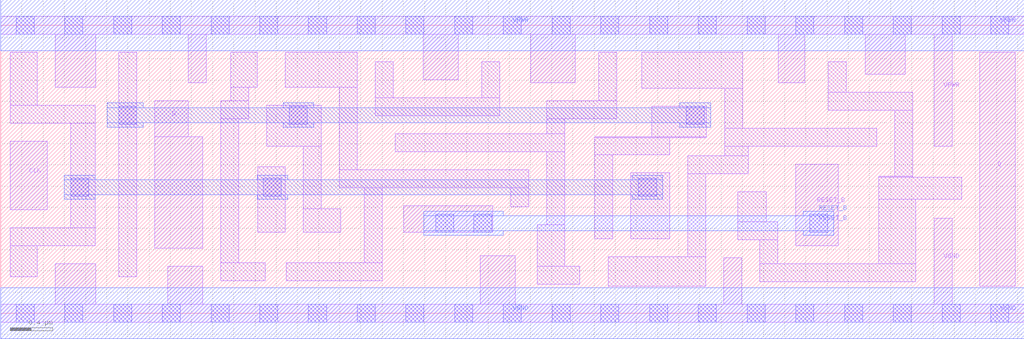
<source format=lef>
# Copyright 2020 The SkyWater PDK Authors
#
# Licensed under the Apache License, Version 2.0 (the "License");
# you may not use this file except in compliance with the License.
# You may obtain a copy of the License at
#
#     https://www.apache.org/licenses/LICENSE-2.0
#
# Unless required by applicable law or agreed to in writing, software
# distributed under the License is distributed on an "AS IS" BASIS,
# WITHOUT WARRANTIES OR CONDITIONS OF ANY KIND, either express or implied.
# See the License for the specific language governing permissions and
# limitations under the License.
#
# SPDX-License-Identifier: Apache-2.0

VERSION 5.7 ;
  NAMESCASESENSITIVE ON ;
  NOWIREEXTENSIONATPIN ON ;
  DIVIDERCHAR "/" ;
  BUSBITCHARS "[]" ;
UNITS
  DATABASE MICRONS 200 ;
END UNITS
PROPERTYDEFINITIONS
  MACRO maskLayoutSubType STRING ;
  MACRO prCellType STRING ;
  MACRO originalViewName STRING ;
END PROPERTYDEFINITIONS
MACRO sky130_fd_sc_hdll__dfrtp_1
  CLASS CORE ;
  FOREIGN sky130_fd_sc_hdll__dfrtp_1 ;
  ORIGIN  0.000000  0.000000 ;
  SIZE  9.660000 BY  2.720000 ;
  SYMMETRY X Y R90 ;
  SITE unithd ;
  PIN CLK
    ANTENNAGATEAREA  0.178200 ;
    DIRECTION INPUT ;
    USE SIGNAL ;
    PORT
      LAYER li1 ;
        RECT 0.090000 0.975000 0.440000 1.625000 ;
    END
  END CLK
  PIN D
    ANTENNAGATEAREA  0.138600 ;
    DIRECTION INPUT ;
    USE SIGNAL ;
    PORT
      LAYER li1 ;
        RECT 1.455000 0.615000 1.905000 1.665000 ;
        RECT 1.455000 1.665000 1.770000 2.005000 ;
    END
  END D
  PIN Q
    ANTENNADIFFAREA  0.472000 ;
    DIRECTION OUTPUT ;
    USE SIGNAL ;
    PORT
      LAYER li1 ;
        RECT 9.240000 0.255000 9.575000 2.465000 ;
    END
  END Q
  PIN RESET_B
    ANTENNAGATEAREA  0.277200 ;
    DIRECTION INPUT ;
    USE SIGNAL ;
    PORT
      LAYER li1 ;
        RECT 3.805000 0.765000 4.645000 1.015000 ;
        RECT 7.505000 0.635000 7.905000 1.405000 ;
      LAYER mcon ;
        RECT 4.105000 0.765000 4.275000 0.935000 ;
        RECT 4.465000 0.765000 4.635000 0.935000 ;
        RECT 7.635000 0.765000 7.805000 0.935000 ;
      LAYER met1 ;
        RECT 3.995000 0.735000 4.745000 0.780000 ;
        RECT 3.995000 0.780000 7.865000 0.920000 ;
        RECT 3.995000 0.920000 4.745000 0.965000 ;
        RECT 7.575000 0.735000 7.865000 0.780000 ;
        RECT 7.575000 0.920000 7.865000 0.965000 ;
    END
  END RESET_B
  PIN VGND
    DIRECTION INOUT ;
    USE GROUND ;
    PORT
      LAYER li1 ;
        RECT 0.000000 -0.085000 9.660000 0.085000 ;
        RECT 0.515000  0.085000 0.895000 0.465000 ;
        RECT 1.575000  0.085000 1.905000 0.445000 ;
        RECT 4.525000  0.085000 4.855000 0.545000 ;
        RECT 6.825000  0.085000 6.995000 0.525000 ;
        RECT 8.810000  0.085000 8.980000 0.895000 ;
      LAYER mcon ;
        RECT 0.145000 -0.085000 0.315000 0.085000 ;
        RECT 0.605000 -0.085000 0.775000 0.085000 ;
        RECT 1.065000 -0.085000 1.235000 0.085000 ;
        RECT 1.525000 -0.085000 1.695000 0.085000 ;
        RECT 1.985000 -0.085000 2.155000 0.085000 ;
        RECT 2.445000 -0.085000 2.615000 0.085000 ;
        RECT 2.905000 -0.085000 3.075000 0.085000 ;
        RECT 3.365000 -0.085000 3.535000 0.085000 ;
        RECT 3.825000 -0.085000 3.995000 0.085000 ;
        RECT 4.285000 -0.085000 4.455000 0.085000 ;
        RECT 4.745000 -0.085000 4.915000 0.085000 ;
        RECT 5.205000 -0.085000 5.375000 0.085000 ;
        RECT 5.665000 -0.085000 5.835000 0.085000 ;
        RECT 6.125000 -0.085000 6.295000 0.085000 ;
        RECT 6.585000 -0.085000 6.755000 0.085000 ;
        RECT 7.045000 -0.085000 7.215000 0.085000 ;
        RECT 7.505000 -0.085000 7.675000 0.085000 ;
        RECT 7.965000 -0.085000 8.135000 0.085000 ;
        RECT 8.425000 -0.085000 8.595000 0.085000 ;
        RECT 8.885000 -0.085000 9.055000 0.085000 ;
        RECT 9.345000 -0.085000 9.515000 0.085000 ;
      LAYER met1 ;
        RECT 0.000000 -0.240000 9.660000 0.240000 ;
    END
  END VGND
  PIN VPWR
    DIRECTION INOUT ;
    USE POWER ;
    PORT
      LAYER li1 ;
        RECT 0.000000 2.635000 9.660000 2.805000 ;
        RECT 0.515000 2.135000 0.895000 2.635000 ;
        RECT 1.770000 2.175000 1.940000 2.635000 ;
        RECT 3.990000 2.205000 4.320000 2.635000 ;
        RECT 5.005000 2.175000 5.425000 2.635000 ;
        RECT 7.340000 2.175000 7.590000 2.635000 ;
        RECT 8.160000 2.255000 8.540000 2.635000 ;
        RECT 8.810000 1.575000 8.980000 2.635000 ;
      LAYER mcon ;
        RECT 0.145000 2.635000 0.315000 2.805000 ;
        RECT 0.605000 2.635000 0.775000 2.805000 ;
        RECT 1.065000 2.635000 1.235000 2.805000 ;
        RECT 1.525000 2.635000 1.695000 2.805000 ;
        RECT 1.985000 2.635000 2.155000 2.805000 ;
        RECT 2.445000 2.635000 2.615000 2.805000 ;
        RECT 2.905000 2.635000 3.075000 2.805000 ;
        RECT 3.365000 2.635000 3.535000 2.805000 ;
        RECT 3.825000 2.635000 3.995000 2.805000 ;
        RECT 4.285000 2.635000 4.455000 2.805000 ;
        RECT 4.745000 2.635000 4.915000 2.805000 ;
        RECT 5.205000 2.635000 5.375000 2.805000 ;
        RECT 5.665000 2.635000 5.835000 2.805000 ;
        RECT 6.125000 2.635000 6.295000 2.805000 ;
        RECT 6.585000 2.635000 6.755000 2.805000 ;
        RECT 7.045000 2.635000 7.215000 2.805000 ;
        RECT 7.505000 2.635000 7.675000 2.805000 ;
        RECT 7.965000 2.635000 8.135000 2.805000 ;
        RECT 8.425000 2.635000 8.595000 2.805000 ;
        RECT 8.885000 2.635000 9.055000 2.805000 ;
        RECT 9.345000 2.635000 9.515000 2.805000 ;
      LAYER met1 ;
        RECT 0.000000 2.480000 9.660000 2.960000 ;
    END
  END VPWR
  OBS
    LAYER li1 ;
      RECT 0.090000 0.345000 0.345000 0.635000 ;
      RECT 0.090000 0.635000 0.890000 0.805000 ;
      RECT 0.090000 1.795000 0.890000 1.965000 ;
      RECT 0.090000 1.965000 0.345000 2.465000 ;
      RECT 0.660000 0.805000 0.890000 1.795000 ;
      RECT 1.115000 0.345000 1.285000 2.465000 ;
      RECT 2.075000 0.305000 2.495000 0.475000 ;
      RECT 2.075000 0.475000 2.245000 1.835000 ;
      RECT 2.075000 1.835000 2.340000 2.005000 ;
      RECT 2.170000 2.005000 2.340000 2.135000 ;
      RECT 2.170000 2.135000 2.420000 2.465000 ;
      RECT 2.425000 0.765000 2.685000 1.385000 ;
      RECT 2.510000 1.575000 3.025000 1.965000 ;
      RECT 2.685000 2.135000 3.365000 2.465000 ;
      RECT 2.695000 0.305000 3.600000 0.475000 ;
      RECT 2.855000 0.765000 3.210000 0.985000 ;
      RECT 2.855000 0.985000 3.025000 1.575000 ;
      RECT 3.195000 1.185000 4.985000 1.355000 ;
      RECT 3.195000 1.355000 3.365000 2.135000 ;
      RECT 3.430000 0.475000 3.600000 1.185000 ;
      RECT 3.535000 1.865000 4.710000 2.035000 ;
      RECT 3.535000 2.035000 3.705000 2.375000 ;
      RECT 3.725000 1.525000 5.325000 1.695000 ;
      RECT 4.540000 2.035000 4.710000 2.375000 ;
      RECT 4.815000 1.005000 4.985000 1.185000 ;
      RECT 5.065000 0.275000 5.465000 0.445000 ;
      RECT 5.065000 0.445000 5.325000 0.835000 ;
      RECT 5.155000 0.835000 5.325000 1.525000 ;
      RECT 5.155000 1.695000 5.325000 1.835000 ;
      RECT 5.155000 1.835000 5.815000 2.005000 ;
      RECT 5.605000 0.705000 5.775000 1.495000 ;
      RECT 5.605000 1.495000 6.315000 1.655000 ;
      RECT 5.605000 1.655000 6.660000 1.665000 ;
      RECT 5.645000 2.005000 5.815000 2.465000 ;
      RECT 5.735000 0.255000 6.655000 0.535000 ;
      RECT 5.945000 0.705000 6.315000 1.325000 ;
      RECT 6.050000 2.125000 7.005000 2.465000 ;
      RECT 6.145000 1.665000 6.660000 1.955000 ;
      RECT 6.485000 0.535000 6.655000 1.315000 ;
      RECT 6.485000 1.315000 7.055000 1.485000 ;
      RECT 6.835000 1.485000 7.055000 1.575000 ;
      RECT 6.835000 1.575000 8.270000 1.745000 ;
      RECT 6.835000 1.745000 7.005000 2.125000 ;
      RECT 6.955000 0.695000 7.335000 0.865000 ;
      RECT 6.955000 0.865000 7.225000 1.145000 ;
      RECT 7.165000 0.295000 8.635000 0.465000 ;
      RECT 7.165000 0.465000 7.335000 0.695000 ;
      RECT 7.810000 1.915000 8.610000 2.085000 ;
      RECT 7.810000 2.085000 7.980000 2.375000 ;
      RECT 8.290000 0.465000 8.635000 1.075000 ;
      RECT 8.290000 1.075000 9.070000 1.285000 ;
      RECT 8.290000 1.285000 8.610000 1.295000 ;
      RECT 8.440000 1.295000 8.610000 1.915000 ;
    LAYER mcon ;
      RECT 0.660000 1.105000 0.830000 1.275000 ;
      RECT 1.115000 1.785000 1.285000 1.955000 ;
      RECT 2.480000 1.105000 2.650000 1.275000 ;
      RECT 2.725000 1.785000 2.895000 1.955000 ;
      RECT 6.020000 1.105000 6.190000 1.275000 ;
      RECT 6.470000 1.785000 6.640000 1.955000 ;
    LAYER met1 ;
      RECT 0.600000 1.075000 0.890000 1.120000 ;
      RECT 0.600000 1.120000 6.250000 1.260000 ;
      RECT 0.600000 1.260000 0.890000 1.305000 ;
      RECT 1.005000 1.755000 1.345000 1.800000 ;
      RECT 1.005000 1.800000 6.700000 1.940000 ;
      RECT 1.005000 1.940000 1.345000 1.985000 ;
      RECT 2.420000 1.075000 2.710000 1.120000 ;
      RECT 2.420000 1.260000 2.710000 1.305000 ;
      RECT 2.665000 1.755000 2.955000 1.800000 ;
      RECT 2.665000 1.940000 2.955000 1.985000 ;
      RECT 5.960000 1.075000 6.250000 1.120000 ;
      RECT 5.960000 1.260000 6.250000 1.305000 ;
      RECT 6.410000 1.755000 6.700000 1.800000 ;
      RECT 6.410000 1.940000 6.700000 1.985000 ;
  END
  PROPERTY maskLayoutSubType "abstract" ;
  PROPERTY prCellType "standard" ;
  PROPERTY originalViewName "layout" ;
END sky130_fd_sc_hdll__dfrtp_1

</source>
